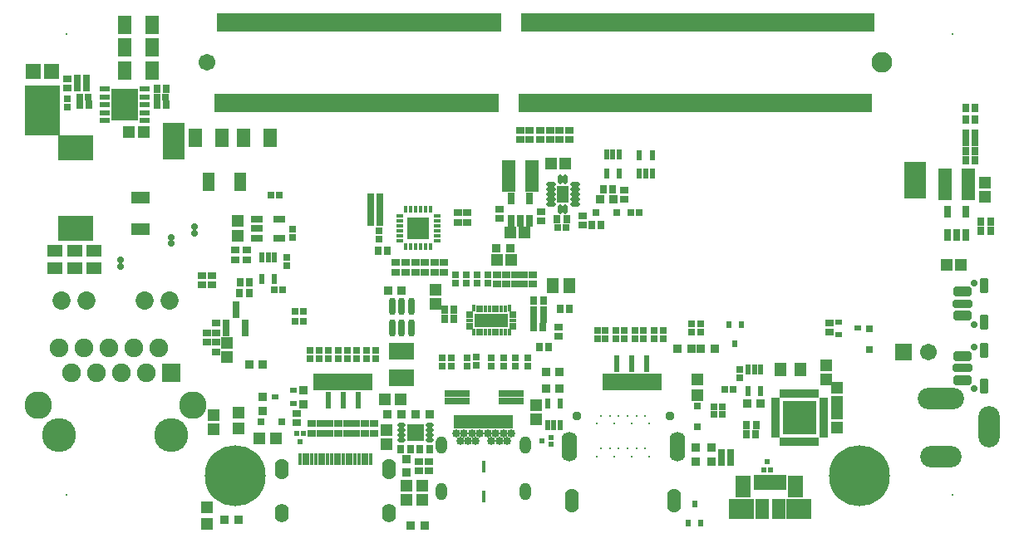
<source format=gts>
%FSLAX44Y44*%
%MOMM*%
G71*
G01*
G75*
G04 Layer_Color=8388736*
%ADD10C,0.2500*%
%ADD11R,0.3000X0.3000*%
%ADD12R,0.4500X1.3800*%
%ADD13R,0.7620X0.7620*%
%ADD14R,0.6000X0.5500*%
%ADD15R,0.7620X0.7620*%
%ADD16R,0.6200X0.5700*%
%ADD17R,0.9500X0.9500*%
%ADD18R,0.9600X0.9700*%
%ADD19R,0.5500X1.5000*%
%ADD20R,0.9500X0.9500*%
%ADD21R,1.0000X0.6000*%
%ADD22R,0.5500X0.6000*%
%ADD23R,1.2000X3.0000*%
%ADD24R,0.6000X1.0000*%
%ADD25R,1.5500X1.5500*%
%ADD26O,0.6000X0.3000*%
%ADD27R,0.5000X0.4000*%
%ADD28R,0.5700X0.6200*%
%ADD29R,2.4000X1.5000*%
%ADD30R,0.5900X0.4500*%
%ADD31R,0.3500X0.8500*%
%ADD32R,0.2000X1.0000*%
%ADD33R,0.3000X1.2000*%
%ADD34R,3.2000X1.2000*%
%ADD35R,0.4500X0.2000*%
%ADD36R,0.5000X0.2000*%
%ADD37R,0.2000X0.4500*%
%ADD38R,0.2000X0.5000*%
%ADD39R,0.4500X0.5900*%
%ADD40R,0.3000X1.4500*%
%ADD41R,1.1000X1.4000*%
%ADD42R,0.2300X1.0000*%
%ADD43R,0.4000X0.5500*%
%ADD44R,0.3000X0.5500*%
%ADD45R,1.2500X1.7500*%
%ADD46R,0.9700X0.9600*%
%ADD47R,2.1000X2.1000*%
%ADD48R,0.2500X0.6000*%
%ADD49R,0.6000X0.2500*%
%ADD50O,0.5000X1.6000*%
%ADD51R,0.3000X0.3000*%
%ADD52R,1.0160X1.7000*%
%ADD53R,1.0160X1.7000*%
%ADD54R,1.0000X1.5000*%
%ADD55O,0.3000X0.8000*%
%ADD56O,0.8000X0.3000*%
G04:AMPARAMS|DCode=57|XSize=0.75mm|YSize=1.6mm|CornerRadius=0.075mm|HoleSize=0mm|Usage=FLASHONLY|Rotation=270.000|XOffset=0mm|YOffset=0mm|HoleType=Round|Shape=RoundedRectangle|*
%AMROUNDEDRECTD57*
21,1,0.7500,1.4500,0,0,270.0*
21,1,0.6000,1.6000,0,0,270.0*
1,1,0.1500,-0.7250,-0.3000*
1,1,0.1500,-0.7250,0.3000*
1,1,0.1500,0.7250,0.3000*
1,1,0.1500,0.7250,-0.3000*
%
%ADD57ROUNDEDRECTD57*%
G04:AMPARAMS|DCode=58|XSize=0.6mm|YSize=1.8mm|CornerRadius=0.06mm|HoleSize=0mm|Usage=FLASHONLY|Rotation=270.000|XOffset=0mm|YOffset=0mm|HoleType=Round|Shape=RoundedRectangle|*
%AMROUNDEDRECTD58*
21,1,0.6000,1.6800,0,0,270.0*
21,1,0.4800,1.8000,0,0,270.0*
1,1,0.1200,-0.8400,-0.2400*
1,1,0.1200,-0.8400,0.2400*
1,1,0.1200,0.8400,0.2400*
1,1,0.1200,0.8400,-0.2400*
%
%ADD58ROUNDEDRECTD58*%
G04:AMPARAMS|DCode=59|XSize=1.3mm|YSize=0.7mm|CornerRadius=0.07mm|HoleSize=0mm|Usage=FLASHONLY|Rotation=270.000|XOffset=0mm|YOffset=0mm|HoleType=Round|Shape=RoundedRectangle|*
%AMROUNDEDRECTD59*
21,1,1.3000,0.5600,0,0,270.0*
21,1,1.1600,0.7000,0,0,270.0*
1,1,0.1400,-0.2800,-0.5800*
1,1,0.1400,-0.2800,0.5800*
1,1,0.1400,0.2800,0.5800*
1,1,0.1400,0.2800,-0.5800*
%
%ADD59ROUNDEDRECTD59*%
%ADD60R,3.2000X3.2000*%
%ADD61R,0.7500X0.3000*%
%ADD62R,0.3000X0.7500*%
%ADD63R,1.0160X1.2700*%
%ADD64R,0.4000X0.9000*%
%ADD65R,0.4000X0.5000*%
%ADD66R,1.3900X1.4000*%
%ADD67R,3.3600X4.8600*%
%ADD68R,1.4000X1.1000*%
%ADD69R,0.8500X0.3560*%
%ADD70R,2.6000X3.0000*%
%ADD71R,0.3000X1.7500*%
%ADD72R,2.0000X3.5000*%
%ADD73R,3.4000X2.4000*%
%ADD74R,1.7000X1.0160*%
%ADD75R,1.7000X1.0160*%
%ADD76R,1.4000X2.1000*%
%ADD77R,2.3700X1.9000*%
%ADD78R,1.1750X1.9000*%
%ADD79C,0.2000*%
%ADD80C,0.3000*%
%ADD81C,0.1500*%
%ADD82C,0.4000*%
%ADD83C,0.1800*%
%ADD84C,0.2200*%
%ADD85C,0.3500*%
%ADD86R,2.1000X10.0000*%
%ADD87R,2.6000X6.8000*%
%ADD88R,4.4000X3.2000*%
%ADD89R,2.2000X13.7000*%
%ADD90O,1.0000X1.6000*%
%ADD91C,0.6500*%
%ADD92C,6.0000*%
%ADD93O,1.2000X1.7000*%
%ADD94O,1.2000X1.9000*%
%ADD95C,0.7500*%
%ADD96O,1.4000X2.8500*%
%ADD97O,1.2000X2.2500*%
%ADD98C,0.5000*%
%ADD99C,1.5000*%
%ADD100R,1.5000X1.5000*%
%ADD101O,4.5000X2.0000*%
%ADD102O,2.0000X4.0000*%
%ADD103O,4.0000X2.0000*%
%ADD104C,1.7000*%
%ADD105C,3.2500*%
%ADD106C,1.6500*%
%ADD107C,2.6000*%
%ADD108C,1.9000*%
%ADD109R,1.7000X1.7000*%
%ADD110C,0.6000*%
%ADD111C,1.0160*%
%ADD112R,3.4000X0.8000*%
%ADD113R,6.2000X1.5000*%
%ADD114O,1.6160X2.2160*%
%ADD115C,1.4160*%
%ADD116C,4.7160*%
%ADD117O,1.6160X2.1160*%
%ADD118O,1.6160X2.3160*%
%ADD119C,1.5660*%
%ADD120C,2.0160*%
%ADD121O,1.9160X3.3660*%
%ADD122O,1.7160X2.7560*%
%ADD123C,1.9160*%
%ADD124C,2.0360*%
%ADD125O,2.0160X4.0160*%
%ADD126O,4.0160X2.0160*%
%ADD127C,1.9060*%
%ADD128C,4.2660*%
%ADD129C,2.0360*%
%ADD130C,2.7160*%
%ADD131C,2.6160*%
%ADD132C,2.1160*%
%ADD133C,1.1660*%
%ADD134C,1.2660*%
%ADD135C,1.2160*%
%ADD136C,0.0000*%
%ADD137C,0.0051*%
%ADD138O,4.5160X2.0160*%
%ADD139R,1.2000X0.3000*%
%ADD140R,2.7000X3.0000*%
%ADD141R,3.0000X2.7000*%
%ADD142C,0.2540*%
%ADD143C,0.1000*%
%ADD144C,0.5500*%
%ADD145C,0.2286*%
%ADD146C,0.1270*%
%ADD147C,0.1778*%
%ADD148C,0.1524*%
%ADD149C,0.1200*%
%ADD150R,0.5032X0.5032*%
%ADD151R,0.6532X1.5832*%
%ADD152R,0.9652X0.9652*%
%ADD153R,0.8032X0.7532*%
%ADD154R,0.9652X0.9652*%
%ADD155R,0.8232X0.7732*%
%ADD156R,1.1532X1.1532*%
%ADD157R,1.1632X1.1732*%
%ADD158R,0.7532X1.7032*%
%ADD159R,1.1532X1.1532*%
%ADD160R,1.2032X0.8032*%
%ADD161R,0.7532X0.8032*%
%ADD162R,1.4032X3.2032*%
%ADD163R,0.8032X1.2032*%
%ADD164R,1.7532X1.7532*%
%ADD165O,0.8032X0.5032*%
%ADD166R,0.7032X0.6032*%
%ADD167R,0.7732X0.8232*%
%ADD168R,2.6032X1.7032*%
%ADD169R,0.7932X0.6532*%
%ADD170R,0.5532X1.0532*%
%ADD171R,0.4032X1.2032*%
%ADD172R,0.5032X1.4032*%
%ADD173R,3.4032X1.4032*%
%ADD174R,0.6532X0.4032*%
%ADD175R,0.7032X0.4032*%
%ADD176R,0.4032X0.6532*%
%ADD177R,0.4032X0.7032*%
%ADD178R,0.6532X0.7932*%
%ADD179R,0.5032X1.6532*%
%ADD180R,1.3032X1.6032*%
%ADD181R,0.4332X1.2032*%
%ADD182R,0.6032X0.7532*%
%ADD183R,0.5032X0.7532*%
%ADD184R,1.4532X1.9532*%
%ADD185R,1.1732X1.1632*%
%ADD186R,2.3032X2.3032*%
%ADD187R,0.4532X0.8032*%
%ADD188R,0.8032X0.4532*%
%ADD189O,0.7032X1.8032*%
%ADD190R,0.5032X0.5032*%
%ADD191R,1.2192X1.9032*%
%ADD192R,1.2192X1.9032*%
%ADD193R,1.2032X1.7032*%
%ADD194O,0.5032X1.0032*%
%ADD195O,1.0032X0.5032*%
G04:AMPARAMS|DCode=196|XSize=0.9532mm|YSize=1.8032mm|CornerRadius=0.1766mm|HoleSize=0mm|Usage=FLASHONLY|Rotation=270.000|XOffset=0mm|YOffset=0mm|HoleType=Round|Shape=RoundedRectangle|*
%AMROUNDEDRECTD196*
21,1,0.9532,1.4500,0,0,270.0*
21,1,0.6000,1.8032,0,0,270.0*
1,1,0.3532,-0.7250,-0.3000*
1,1,0.3532,-0.7250,0.3000*
1,1,0.3532,0.7250,0.3000*
1,1,0.3532,0.7250,-0.3000*
%
%ADD196ROUNDEDRECTD196*%
G04:AMPARAMS|DCode=197|XSize=0.8032mm|YSize=2.0032mm|CornerRadius=0.1616mm|HoleSize=0mm|Usage=FLASHONLY|Rotation=270.000|XOffset=0mm|YOffset=0mm|HoleType=Round|Shape=RoundedRectangle|*
%AMROUNDEDRECTD197*
21,1,0.8032,1.6800,0,0,270.0*
21,1,0.4800,2.0032,0,0,270.0*
1,1,0.3232,-0.8400,-0.2400*
1,1,0.3232,-0.8400,0.2400*
1,1,0.3232,0.8400,0.2400*
1,1,0.3232,0.8400,-0.2400*
%
%ADD197ROUNDEDRECTD197*%
G04:AMPARAMS|DCode=198|XSize=1.5032mm|YSize=0.9032mm|CornerRadius=0.1716mm|HoleSize=0mm|Usage=FLASHONLY|Rotation=270.000|XOffset=0mm|YOffset=0mm|HoleType=Round|Shape=RoundedRectangle|*
%AMROUNDEDRECTD198*
21,1,1.5032,0.5600,0,0,270.0*
21,1,1.1600,0.9032,0,0,270.0*
1,1,0.3432,-0.2800,-0.5800*
1,1,0.3432,-0.2800,0.5800*
1,1,0.3432,0.2800,0.5800*
1,1,0.3432,0.2800,-0.5800*
%
%ADD198ROUNDEDRECTD198*%
%ADD199R,3.4032X3.4032*%
%ADD200R,0.9532X0.5032*%
%ADD201R,0.5032X0.9532*%
%ADD202R,1.2192X1.4732*%
%ADD203R,0.6032X1.1032*%
%ADD204R,0.6032X0.7032*%
%ADD205R,1.5932X1.6032*%
%ADD206R,3.5632X5.0632*%
%ADD207R,1.6032X1.3032*%
%ADD208R,1.0532X0.5592*%
%ADD209R,2.8032X3.2032*%
%ADD210R,0.5032X1.9532*%
%ADD211R,2.2032X3.7032*%
%ADD212R,3.6032X2.6032*%
%ADD213R,1.9032X1.2192*%
%ADD214R,1.9032X1.2192*%
%ADD215R,1.6032X2.3032*%
%ADD216R,2.5732X2.1032*%
%ADD217R,1.3782X2.1032*%
%ADD218O,1.2032X1.8032*%
%ADD219C,0.8532*%
%ADD220C,0.2032*%
%ADD221C,6.2032*%
%ADD222O,1.4032X1.9032*%
%ADD223O,1.4032X2.1032*%
%ADD224C,0.9532*%
%ADD225O,1.6032X3.0532*%
%ADD226O,1.4032X2.4532*%
%ADD227C,0.7032*%
%ADD228C,1.7032*%
%ADD229R,1.7032X1.7032*%
%ADD230O,4.7032X2.2032*%
%ADD231O,2.2032X4.2032*%
%ADD232O,4.2032X2.2032*%
%ADD233C,1.9032*%
%ADD234C,3.4532*%
%ADD235C,1.8532*%
%ADD236C,2.8032*%
%ADD237C,2.1032*%
%ADD238R,1.9032X1.9032*%
D150*
X-241756Y65750D02*
D03*
X-234756D02*
D03*
X-710883Y103128D02*
D03*
X-717883D02*
D03*
X-714383Y94628D02*
D03*
X-238256Y74250D02*
D03*
D151*
X-241756Y52630D02*
D03*
X-235256D02*
D03*
X-248256D02*
D03*
X-228756D02*
D03*
X-222256D02*
D03*
D152*
X-295205Y74081D02*
D03*
Y88051D02*
D03*
X-311177Y88049D02*
D03*
Y74079D02*
D03*
X-752321Y125821D02*
D03*
Y139791D02*
D03*
X-710918Y132783D02*
D03*
Y146753D02*
D03*
X-605946Y62710D02*
D03*
Y76680D02*
D03*
D153*
X-685177Y187250D02*
D03*
X-675606D02*
D03*
X-403320Y208250D02*
D03*
X-411320D02*
D03*
X-392320D02*
D03*
X-384320D02*
D03*
X-353320D02*
D03*
X-344320D02*
D03*
X-722184Y302487D02*
D03*
Y310987D02*
D03*
X-364320Y199750D02*
D03*
X-373320D02*
D03*
X-569331Y179979D02*
D03*
X-656463Y178750D02*
D03*
X-646892D02*
D03*
X-494606Y180250D02*
D03*
X-675606Y178750D02*
D03*
X-637320D02*
D03*
X-704320D02*
D03*
X-560395Y180103D02*
D03*
X-666034Y178750D02*
D03*
X-685177D02*
D03*
X-694749D02*
D03*
X-482320Y180250D02*
D03*
X-633904Y309323D02*
D03*
Y300823D02*
D03*
X-403320Y199750D02*
D03*
X-411320D02*
D03*
X-384320D02*
D03*
X-392320D02*
D03*
X-344320D02*
D03*
X-353320D02*
D03*
X-306146Y206113D02*
D03*
X-315146D02*
D03*
X-637320Y187250D02*
D03*
X-646892D02*
D03*
X-656463D02*
D03*
X-666034D02*
D03*
X-523020Y255750D02*
D03*
X-534120D02*
D03*
X-506892Y180250D02*
D03*
X-519177D02*
D03*
X-534787Y171961D02*
D03*
X-544340Y171799D02*
D03*
X-534787Y180461D02*
D03*
X-544340Y180299D02*
D03*
X-506892Y171750D02*
D03*
X-519177D02*
D03*
X-364320Y208250D02*
D03*
X-373320D02*
D03*
X-482320Y171750D02*
D03*
X-494606D02*
D03*
X-560395Y171603D02*
D03*
X-569331Y171479D02*
D03*
X-545220Y264250D02*
D03*
X-556320D02*
D03*
X-523020D02*
D03*
X-534120D02*
D03*
X-694749Y187250D02*
D03*
X-704320D02*
D03*
X-728193Y281992D02*
D03*
Y273493D02*
D03*
X-266300Y159439D02*
D03*
Y167939D02*
D03*
X-306146Y214613D02*
D03*
X-315146D02*
D03*
X-545220Y255750D02*
D03*
X-556320D02*
D03*
X-951000Y444250D02*
D03*
Y435750D02*
D03*
D154*
X-791305Y15000D02*
D03*
X-777335D02*
D03*
X-766305Y173000D02*
D03*
X-752335D02*
D03*
X-587290Y9118D02*
D03*
X-601260D02*
D03*
X-611323Y122662D02*
D03*
X-625293D02*
D03*
X-610735Y248500D02*
D03*
X-624705D02*
D03*
X-463790Y148922D02*
D03*
X-449820D02*
D03*
X-463790Y165234D02*
D03*
X-449820D02*
D03*
X-315881Y189485D02*
D03*
X-582459Y122618D02*
D03*
X-596429D02*
D03*
X-500335Y292000D02*
D03*
X-514305D02*
D03*
X-291881Y189485D02*
D03*
X-305851D02*
D03*
X-329851D02*
D03*
X-394968Y341647D02*
D03*
X-408938D02*
D03*
X-259034Y133515D02*
D03*
X-245064D02*
D03*
D155*
X-808844Y205198D02*
D03*
Y195598D02*
D03*
X-799864Y185975D02*
D03*
Y195575D02*
D03*
X-799545Y205462D02*
D03*
Y215062D02*
D03*
X-780320Y280200D02*
D03*
Y289800D02*
D03*
X-768171Y280084D02*
D03*
Y289684D02*
D03*
X-513320Y264800D02*
D03*
Y255200D02*
D03*
X-592910Y64348D02*
D03*
Y73948D02*
D03*
X-450256Y411800D02*
D03*
Y402200D02*
D03*
X-639320Y103200D02*
D03*
X-616904Y276873D02*
D03*
Y267273D02*
D03*
X-486320Y255200D02*
D03*
Y264800D02*
D03*
X-426655Y324959D02*
D03*
Y315359D02*
D03*
X-586904Y276873D02*
D03*
Y267273D02*
D03*
X-657320Y103200D02*
D03*
Y112800D02*
D03*
X-567904Y276873D02*
D03*
Y267273D02*
D03*
X-469256Y411800D02*
D03*
Y402200D02*
D03*
X-648320Y103200D02*
D03*
X-440256Y411800D02*
D03*
Y402200D02*
D03*
X-596904Y276873D02*
D03*
Y267273D02*
D03*
X-451033Y201568D02*
D03*
Y211168D02*
D03*
X-543787Y318268D02*
D03*
Y327868D02*
D03*
X-582718Y73948D02*
D03*
Y64348D02*
D03*
X-459256Y411800D02*
D03*
Y402200D02*
D03*
X-504320Y255200D02*
D03*
Y264800D02*
D03*
X-477320D02*
D03*
Y255200D02*
D03*
X-666320Y103200D02*
D03*
Y112800D02*
D03*
X-576904Y276873D02*
D03*
Y267273D02*
D03*
X-553721Y318268D02*
D03*
Y327868D02*
D03*
X-495320Y264800D02*
D03*
Y255200D02*
D03*
X-606904Y276873D02*
D03*
Y267273D02*
D03*
X-693320Y103200D02*
D03*
X-702320D02*
D03*
X-675320D02*
D03*
X-684320D02*
D03*
X-675320Y112800D02*
D03*
X-684320D02*
D03*
X-693320D02*
D03*
X-702320D02*
D03*
X-639320D02*
D03*
X-648320D02*
D03*
X-511000Y322200D02*
D03*
Y331800D02*
D03*
X-490256Y402200D02*
D03*
Y411800D02*
D03*
X-480256Y402200D02*
D03*
Y411800D02*
D03*
X-717978Y113472D02*
D03*
Y123072D02*
D03*
X-384198Y351283D02*
D03*
Y341683D02*
D03*
X-469000Y319200D02*
D03*
Y328800D02*
D03*
X-175000Y206200D02*
D03*
Y215800D02*
D03*
X-814256Y263800D02*
D03*
Y254200D02*
D03*
X-804000D02*
D03*
Y263800D02*
D03*
X-951000Y455200D02*
D03*
Y464800D02*
D03*
D156*
X-788529Y195233D02*
D03*
Y180732D02*
D03*
X-777537Y319210D02*
D03*
Y304710D02*
D03*
X-625845Y92074D02*
D03*
Y106574D02*
D03*
X-605940Y35368D02*
D03*
Y49868D02*
D03*
X-473701Y117188D02*
D03*
Y131688D02*
D03*
X-589733Y35368D02*
D03*
Y49868D02*
D03*
X-802256Y121250D02*
D03*
Y106750D02*
D03*
X-576154Y234840D02*
D03*
Y249340D02*
D03*
X-178346Y171978D02*
D03*
Y157478D02*
D03*
X-167099Y149308D02*
D03*
X-167070Y108442D02*
D03*
X-167099Y134808D02*
D03*
X-167070Y122942D02*
D03*
X-16256Y343750D02*
D03*
Y358250D02*
D03*
D157*
X-809000Y10850D02*
D03*
Y27150D02*
D03*
X-776651Y124241D02*
D03*
Y107941D02*
D03*
X-309611Y158288D02*
D03*
Y141988D02*
D03*
D158*
X-779694Y229404D02*
D03*
X-770193Y210404D02*
D03*
X-789193D02*
D03*
D159*
X-458250Y378000D02*
D03*
X-443750D02*
D03*
X-500250Y308000D02*
D03*
X-485750D02*
D03*
X-499070Y280000D02*
D03*
X-513570D02*
D03*
X-888250Y410000D02*
D03*
X-873750D02*
D03*
X-41006Y275000D02*
D03*
X-55506D02*
D03*
D160*
X-735032Y321246D02*
D03*
Y302246D02*
D03*
X-758032D02*
D03*
Y311746D02*
D03*
Y321246D02*
D03*
D161*
X-735006Y346000D02*
D03*
X-743506D02*
D03*
X-451517Y313204D02*
D03*
X-443017D02*
D03*
X-292570Y130000D02*
D03*
X-284070D02*
D03*
X-719570Y217000D02*
D03*
X-711070D02*
D03*
X-292570Y122000D02*
D03*
X-284070D02*
D03*
X-719455Y227685D02*
D03*
X-710955D02*
D03*
X-369142Y328316D02*
D03*
X-377642D02*
D03*
X-732070Y249000D02*
D03*
X-740570D02*
D03*
X-860250Y446000D02*
D03*
X-851750D02*
D03*
X-938250D02*
D03*
X-929750D02*
D03*
X-281423Y147674D02*
D03*
X-272923D02*
D03*
D162*
X-502000Y365000D02*
D03*
X-478000D02*
D03*
X-33256Y357000D02*
D03*
X-57256D02*
D03*
D163*
X-499500Y342500D02*
D03*
X-480500D02*
D03*
Y319500D02*
D03*
X-490000D02*
D03*
X-499500D02*
D03*
X-54756Y305500D02*
D03*
X-45256D02*
D03*
X-35756D02*
D03*
Y328500D02*
D03*
X-54756D02*
D03*
D164*
X-596831Y103933D02*
D03*
D165*
X-611331Y96433D02*
D03*
Y101433D02*
D03*
Y106433D02*
D03*
Y111433D02*
D03*
X-582331D02*
D03*
Y106433D02*
D03*
Y101433D02*
D03*
Y96433D02*
D03*
D166*
X-739820Y140000D02*
D03*
X-720820Y146500D02*
D03*
Y133500D02*
D03*
X-146500Y210000D02*
D03*
X-165500Y203500D02*
D03*
Y216500D02*
D03*
D167*
X-407586Y315333D02*
D03*
X-417186D02*
D03*
X-250011Y102130D02*
D03*
X-259611D02*
D03*
X-470648Y191092D02*
D03*
X-461048D02*
D03*
X-466519Y219798D02*
D03*
X-476119D02*
D03*
X-466520Y228000D02*
D03*
X-476120D02*
D03*
X-567120Y220000D02*
D03*
X-557520D02*
D03*
X-634704Y289073D02*
D03*
X-625104D02*
D03*
X-642704Y335412D02*
D03*
X-633104D02*
D03*
X-35959Y381759D02*
D03*
X-26359D02*
D03*
X-476266Y211321D02*
D03*
X-466666D02*
D03*
X-35959Y408759D02*
D03*
X-26359D02*
D03*
X-642704Y343625D02*
D03*
X-633104D02*
D03*
X-439994Y229832D02*
D03*
X-449594D02*
D03*
X-259408Y111738D02*
D03*
X-249808D02*
D03*
X-642704Y318985D02*
D03*
X-633104D02*
D03*
X-35959Y399759D02*
D03*
X-26359D02*
D03*
X-35959Y390759D02*
D03*
X-26359D02*
D03*
X-275489Y74100D02*
D03*
X-285089D02*
D03*
X-466388Y238103D02*
D03*
X-475988D02*
D03*
X-557520Y229000D02*
D03*
X-567120D02*
D03*
X-642704Y327198D02*
D03*
X-633104D02*
D03*
X-592131Y86749D02*
D03*
X-582531D02*
D03*
X-601813Y86749D02*
D03*
X-611413D02*
D03*
X-275502Y82477D02*
D03*
X-285102D02*
D03*
X-10956Y319000D02*
D03*
X-20556D02*
D03*
X-26359Y434494D02*
D03*
X-35959D02*
D03*
X-26359Y423281D02*
D03*
X-35959D02*
D03*
X-442648Y321707D02*
D03*
X-452248D02*
D03*
X-395803Y351708D02*
D03*
X-405404D02*
D03*
X-20556Y309243D02*
D03*
X-10956D02*
D03*
X-766105Y246215D02*
D03*
X-775705D02*
D03*
X-775561Y257373D02*
D03*
X-765961D02*
D03*
X-941300Y464000D02*
D03*
X-931700D02*
D03*
X-860300Y454000D02*
D03*
X-850700D02*
D03*
X-860300Y438000D02*
D03*
X-850700D02*
D03*
X-938800D02*
D03*
X-929200D02*
D03*
X-931700Y456000D02*
D03*
X-941300D02*
D03*
D168*
X-611320Y159500D02*
D03*
X-611320Y186500D02*
D03*
D169*
X-732770Y115000D02*
D03*
X-753870D02*
D03*
X-391337Y328305D02*
D03*
X-412437D02*
D03*
D170*
X-740326Y260409D02*
D03*
X-753326D02*
D03*
Y282409D02*
D03*
X-746826D02*
D03*
X-740326D02*
D03*
X-462203Y111627D02*
D03*
X-455703D02*
D03*
X-449203D02*
D03*
Y133627D02*
D03*
X-462203D02*
D03*
X-245007Y167947D02*
D03*
X-251507D02*
D03*
X-258008D02*
D03*
Y145947D02*
D03*
X-245007D02*
D03*
D171*
X-527241Y69310D02*
D03*
Y38310D02*
D03*
D172*
X-554741Y115110D02*
D03*
X-539741D02*
D03*
X-534741D02*
D03*
X-529741D02*
D03*
X-524741D02*
D03*
X-519741D02*
D03*
X-514741D02*
D03*
X-509741D02*
D03*
X-504741D02*
D03*
X-499741D02*
D03*
X-544741D02*
D03*
X-549741D02*
D03*
D173*
X-519320Y218000D02*
D03*
D174*
X-497320Y226000D02*
D03*
Y210000D02*
D03*
X-541320Y226000D02*
D03*
Y210000D02*
D03*
D175*
X-497320Y222000D02*
D03*
Y218000D02*
D03*
Y214000D02*
D03*
X-541320Y218000D02*
D03*
Y222000D02*
D03*
Y214000D02*
D03*
D176*
X-501320Y205750D02*
D03*
Y230300D02*
D03*
X-537320D02*
D03*
Y205750D02*
D03*
D177*
X-505320Y206000D02*
D03*
X-509320D02*
D03*
X-513320D02*
D03*
X-529320Y230000D02*
D03*
X-517320D02*
D03*
X-513320D02*
D03*
X-509320D02*
D03*
X-505320D02*
D03*
X-533320D02*
D03*
X-521320D02*
D03*
X-525320D02*
D03*
X-517320Y206000D02*
D03*
X-521320D02*
D03*
X-525320D02*
D03*
X-529320D02*
D03*
X-533320D02*
D03*
D178*
X-309320Y109450D02*
D03*
Y130550D02*
D03*
X-134000Y188450D02*
D03*
Y209550D02*
D03*
D179*
X-685320Y136750D02*
D03*
X-670320D02*
D03*
X-655320D02*
D03*
X-692820Y155250D02*
D03*
X-677820D02*
D03*
X-662820D02*
D03*
X-647820D02*
D03*
X-361320Y174250D02*
D03*
X-376320D02*
D03*
X-391320D02*
D03*
X-353820Y155750D02*
D03*
X-368820D02*
D03*
X-383820D02*
D03*
X-398820D02*
D03*
X-393820D02*
D03*
X-403820D02*
D03*
X-363820D02*
D03*
X-373820D02*
D03*
X-348820D02*
D03*
X-358820D02*
D03*
X-378820D02*
D03*
X-388820D02*
D03*
X-672820Y155250D02*
D03*
X-682820D02*
D03*
X-687820D02*
D03*
X-697820D02*
D03*
X-657820D02*
D03*
X-667820D02*
D03*
X-642820D02*
D03*
X-652820D02*
D03*
D180*
X-457188Y253376D02*
D03*
X-439688D02*
D03*
D181*
X-642240Y76760D02*
D03*
X-654240D02*
D03*
X-666240D02*
D03*
X-678240D02*
D03*
X-690240D02*
D03*
X-694240D02*
D03*
X-698240D02*
D03*
X-702240D02*
D03*
X-706240D02*
D03*
X-710240D02*
D03*
X-714240D02*
D03*
X-682240D02*
D03*
X-686240D02*
D03*
X-658240D02*
D03*
X-662240D02*
D03*
X-646240D02*
D03*
X-650240D02*
D03*
X-670240D02*
D03*
X-674240D02*
D03*
D182*
X-554320Y136150D02*
D03*
Y143850D02*
D03*
X-499320D02*
D03*
Y136150D02*
D03*
D183*
X-549320D02*
D03*
X-544320D02*
D03*
X-509320D02*
D03*
X-504320D02*
D03*
X-489320Y143850D02*
D03*
X-494320D02*
D03*
X-559320D02*
D03*
X-564320D02*
D03*
X-544320D02*
D03*
X-549320D02*
D03*
X-504320D02*
D03*
X-509320D02*
D03*
X-559320Y136150D02*
D03*
X-564320D02*
D03*
X-489320D02*
D03*
X-494320D02*
D03*
D184*
X-744506Y404000D02*
D03*
X-772006D02*
D03*
X-821006D02*
D03*
X-793506D02*
D03*
X-865250Y519667D02*
D03*
X-892750D02*
D03*
X-865250Y496333D02*
D03*
X-892750D02*
D03*
X-865250Y473000D02*
D03*
X-892750D02*
D03*
D185*
X-611600Y137993D02*
D03*
X-627900D02*
D03*
X-755470Y98000D02*
D03*
X-739170D02*
D03*
D186*
X-593904Y312073D02*
D03*
D187*
X-606404Y293073D02*
D03*
X-601404D02*
D03*
X-596404D02*
D03*
X-591404D02*
D03*
X-586404D02*
D03*
X-581404D02*
D03*
X-581404Y331073D02*
D03*
X-586404D02*
D03*
X-591404D02*
D03*
X-596404D02*
D03*
X-601404D02*
D03*
X-606404D02*
D03*
D188*
X-574904Y299573D02*
D03*
Y304573D02*
D03*
Y309573D02*
D03*
Y314573D02*
D03*
Y319573D02*
D03*
Y324573D02*
D03*
X-612904D02*
D03*
Y319573D02*
D03*
Y314573D02*
D03*
Y309573D02*
D03*
Y304573D02*
D03*
Y299573D02*
D03*
D189*
X-601221Y232663D02*
D03*
X-610721D02*
D03*
X-620221D02*
D03*
X-601221Y210663D02*
D03*
X-610721D02*
D03*
X-620221D02*
D03*
D190*
X-458968Y91595D02*
D03*
Y98595D02*
D03*
X-467468Y95095D02*
D03*
D191*
X-775000Y359000D02*
D03*
D192*
X-807000Y359000D02*
D03*
D193*
X-446405Y346831D02*
D03*
D194*
X-443905Y331831D02*
D03*
X-448905D02*
D03*
Y361831D02*
D03*
X-443905D02*
D03*
D195*
X-458905Y336831D02*
D03*
Y341831D02*
D03*
Y346831D02*
D03*
Y351831D02*
D03*
Y356831D02*
D03*
X-433905D02*
D03*
Y351831D02*
D03*
Y346831D02*
D03*
Y341831D02*
D03*
Y336831D02*
D03*
D196*
X-39597Y181672D02*
D03*
Y157172D02*
D03*
Y247321D02*
D03*
Y222821D02*
D03*
D197*
Y169422D02*
D03*
Y235071D02*
D03*
D198*
X-17097Y187922D02*
D03*
Y150922D02*
D03*
Y253571D02*
D03*
Y216571D02*
D03*
D199*
X-205611Y118964D02*
D03*
D200*
X-230361Y101464D02*
D03*
Y106464D02*
D03*
Y111464D02*
D03*
Y116464D02*
D03*
Y121464D02*
D03*
Y126464D02*
D03*
Y131464D02*
D03*
Y136464D02*
D03*
X-180861D02*
D03*
Y121464D02*
D03*
Y116464D02*
D03*
Y111464D02*
D03*
Y106464D02*
D03*
Y101464D02*
D03*
Y131464D02*
D03*
Y126464D02*
D03*
D201*
X-223111Y143714D02*
D03*
X-218111D02*
D03*
X-213111D02*
D03*
X-208111D02*
D03*
X-203111D02*
D03*
X-198111D02*
D03*
X-193111D02*
D03*
X-188111D02*
D03*
Y94214D02*
D03*
X-193111D02*
D03*
X-198111D02*
D03*
X-203111D02*
D03*
X-208111D02*
D03*
X-213111D02*
D03*
X-218111D02*
D03*
X-223111D02*
D03*
D202*
X-224482Y167952D02*
D03*
X-204162Y167952D02*
D03*
D203*
X-368468Y386841D02*
D03*
X-355468D02*
D03*
Y367841D02*
D03*
X-361968D02*
D03*
X-368468D02*
D03*
X-389256Y368134D02*
D03*
X-402256D02*
D03*
Y387134D02*
D03*
X-395756D02*
D03*
X-389256D02*
D03*
D204*
X-318756Y11500D02*
D03*
X-305756D02*
D03*
X-312256Y30500D02*
D03*
X-271256Y194500D02*
D03*
X-277756Y213500D02*
D03*
X-264756D02*
D03*
D205*
X-967602Y471624D02*
D03*
X-986398D02*
D03*
D206*
X-977000Y432000D02*
D03*
D207*
X-924000Y271250D02*
D03*
Y288750D02*
D03*
X-964000Y271250D02*
D03*
Y288750D02*
D03*
X-944000Y271250D02*
D03*
Y288750D02*
D03*
D208*
X-913000Y438000D02*
D03*
Y430000D02*
D03*
Y422000D02*
D03*
Y446000D02*
D03*
Y454000D02*
D03*
X-873000D02*
D03*
Y446000D02*
D03*
Y422000D02*
D03*
Y430000D02*
D03*
Y438000D02*
D03*
D209*
X-893000D02*
D03*
D210*
X-294070Y440000D02*
D03*
X-289070D02*
D03*
X-279070D02*
D03*
X-274070D02*
D03*
X-264070D02*
D03*
X-259070D02*
D03*
X-249070D02*
D03*
X-244070D02*
D03*
X-234070D02*
D03*
X-229070D02*
D03*
X-189070D02*
D03*
X-184070D02*
D03*
X-204070D02*
D03*
X-199070D02*
D03*
X-219070D02*
D03*
X-214070D02*
D03*
X-174070D02*
D03*
X-169070D02*
D03*
X-144070D02*
D03*
X-139070D02*
D03*
X-186570Y522000D02*
D03*
X-181570D02*
D03*
X-201570D02*
D03*
X-196570D02*
D03*
X-216570D02*
D03*
X-211570D02*
D03*
X-614070Y440000D02*
D03*
X-609070D02*
D03*
X-569070D02*
D03*
X-564070D02*
D03*
X-406570Y522000D02*
D03*
X-401570D02*
D03*
X-171570D02*
D03*
X-166570D02*
D03*
X-556570D02*
D03*
X-551570D02*
D03*
X-291570D02*
D03*
X-286570D02*
D03*
X-231570D02*
D03*
X-226570D02*
D03*
X-796570D02*
D03*
X-799070Y440000D02*
D03*
X-791570Y522000D02*
D03*
X-794070Y440000D02*
D03*
X-786570Y522000D02*
D03*
X-789070Y440000D02*
D03*
X-781570Y522000D02*
D03*
X-784070Y440000D02*
D03*
X-776570Y522000D02*
D03*
X-779070Y440000D02*
D03*
X-771570Y522000D02*
D03*
X-774070Y440000D02*
D03*
X-766570Y522000D02*
D03*
X-769070Y440000D02*
D03*
X-761570Y522000D02*
D03*
X-764070Y440000D02*
D03*
X-756570Y522000D02*
D03*
X-759070Y440000D02*
D03*
X-751570Y522000D02*
D03*
X-754070Y440000D02*
D03*
X-746570Y522000D02*
D03*
X-749070Y440000D02*
D03*
X-741570Y522000D02*
D03*
X-744070Y440000D02*
D03*
X-736570Y522000D02*
D03*
X-739070Y440000D02*
D03*
X-731570Y522000D02*
D03*
X-734070Y440000D02*
D03*
X-726570Y522000D02*
D03*
X-729070Y440000D02*
D03*
X-721570Y522000D02*
D03*
X-724070Y440000D02*
D03*
X-716570Y522000D02*
D03*
X-719070Y440000D02*
D03*
X-711570Y522000D02*
D03*
X-714070Y440000D02*
D03*
X-706570Y522000D02*
D03*
X-709070Y440000D02*
D03*
X-701570Y522000D02*
D03*
X-704070Y440000D02*
D03*
X-696570Y522000D02*
D03*
X-699070Y440000D02*
D03*
X-691570Y522000D02*
D03*
X-694070Y440000D02*
D03*
X-686570Y522000D02*
D03*
X-689070Y440000D02*
D03*
X-681570Y522000D02*
D03*
X-684070Y440000D02*
D03*
X-676570Y522000D02*
D03*
X-679070Y440000D02*
D03*
X-671570Y522000D02*
D03*
X-674070Y440000D02*
D03*
X-666570Y522000D02*
D03*
X-669070Y440000D02*
D03*
X-661570Y522000D02*
D03*
X-664070Y440000D02*
D03*
X-656570Y522000D02*
D03*
X-659070Y440000D02*
D03*
X-651570Y522000D02*
D03*
X-654070Y440000D02*
D03*
X-646570Y522000D02*
D03*
X-649070Y440000D02*
D03*
X-641570Y522000D02*
D03*
X-644070Y440000D02*
D03*
X-636570Y522000D02*
D03*
X-639070Y440000D02*
D03*
X-631570Y522000D02*
D03*
X-634070Y440000D02*
D03*
X-626570Y522000D02*
D03*
X-629070Y440000D02*
D03*
X-621570Y522000D02*
D03*
X-624070Y440000D02*
D03*
X-616570Y522000D02*
D03*
X-619070Y440000D02*
D03*
X-611570Y522000D02*
D03*
X-606570D02*
D03*
X-601570D02*
D03*
X-604070Y440000D02*
D03*
X-596570Y522000D02*
D03*
X-599070Y440000D02*
D03*
X-591570Y522000D02*
D03*
X-594070Y440000D02*
D03*
X-586570Y522000D02*
D03*
X-589070Y440000D02*
D03*
X-581570Y522000D02*
D03*
X-584070Y440000D02*
D03*
X-576570Y522000D02*
D03*
X-579070Y440000D02*
D03*
X-541570Y522000D02*
D03*
X-546570D02*
D03*
X-561570D02*
D03*
X-566570D02*
D03*
X-571570D02*
D03*
X-511570D02*
D03*
X-516570D02*
D03*
X-521570D02*
D03*
X-526570D02*
D03*
X-531570D02*
D03*
X-536570D02*
D03*
X-544070Y440000D02*
D03*
X-549070D02*
D03*
X-554070D02*
D03*
X-559070D02*
D03*
X-574070D02*
D03*
X-514070D02*
D03*
X-519070D02*
D03*
X-524070D02*
D03*
X-529070D02*
D03*
X-534070D02*
D03*
X-539070D02*
D03*
X-224070D02*
D03*
X-209070D02*
D03*
X-254070D02*
D03*
X-239070D02*
D03*
X-221570Y522000D02*
D03*
X-206570D02*
D03*
X-261570D02*
D03*
X-256570D02*
D03*
X-251570D02*
D03*
X-246570D02*
D03*
X-241570D02*
D03*
X-236570D02*
D03*
X-269070Y440000D02*
D03*
X-266570Y522000D02*
D03*
X-271570D02*
D03*
X-276570D02*
D03*
X-284070Y440000D02*
D03*
X-281570Y522000D02*
D03*
X-299070Y440000D02*
D03*
X-296570Y522000D02*
D03*
X-304070Y440000D02*
D03*
X-301570Y522000D02*
D03*
X-309070Y440000D02*
D03*
X-306570Y522000D02*
D03*
X-314070Y440000D02*
D03*
X-311570Y522000D02*
D03*
X-319070Y440000D02*
D03*
X-316570Y522000D02*
D03*
X-324070Y440000D02*
D03*
X-321570Y522000D02*
D03*
X-329070Y440000D02*
D03*
X-326570Y522000D02*
D03*
X-334070Y440000D02*
D03*
X-331570Y522000D02*
D03*
X-339070Y440000D02*
D03*
X-336570Y522000D02*
D03*
X-344070Y440000D02*
D03*
X-341570Y522000D02*
D03*
X-349070Y440000D02*
D03*
X-346570Y522000D02*
D03*
X-354070Y440000D02*
D03*
X-351570Y522000D02*
D03*
X-359070Y440000D02*
D03*
X-356570Y522000D02*
D03*
X-364070Y440000D02*
D03*
X-361570Y522000D02*
D03*
X-369070Y440000D02*
D03*
X-366570Y522000D02*
D03*
X-374070Y440000D02*
D03*
X-371570Y522000D02*
D03*
X-379070Y440000D02*
D03*
X-376570Y522000D02*
D03*
X-384070Y440000D02*
D03*
X-381570Y522000D02*
D03*
X-389070Y440000D02*
D03*
X-386570Y522000D02*
D03*
X-394070Y440000D02*
D03*
X-391570Y522000D02*
D03*
X-399070Y440000D02*
D03*
X-396570Y522000D02*
D03*
X-404070Y440000D02*
D03*
X-409070D02*
D03*
X-414070D02*
D03*
X-411570Y522000D02*
D03*
X-419070Y440000D02*
D03*
X-416570Y522000D02*
D03*
X-424070Y440000D02*
D03*
X-421570Y522000D02*
D03*
X-429070Y440000D02*
D03*
X-426570Y522000D02*
D03*
X-434070Y440000D02*
D03*
X-431570Y522000D02*
D03*
X-439070Y440000D02*
D03*
X-436570Y522000D02*
D03*
X-444070Y440000D02*
D03*
X-441570Y522000D02*
D03*
X-449070Y440000D02*
D03*
X-446570Y522000D02*
D03*
X-454070Y440000D02*
D03*
X-451570Y522000D02*
D03*
X-459070Y440000D02*
D03*
X-456570Y522000D02*
D03*
X-464070Y440000D02*
D03*
X-461570Y522000D02*
D03*
X-469070Y440000D02*
D03*
X-466570Y522000D02*
D03*
X-474070Y440000D02*
D03*
X-471570Y522000D02*
D03*
X-479070Y440000D02*
D03*
X-476570Y522000D02*
D03*
X-484070Y440000D02*
D03*
X-481570Y522000D02*
D03*
X-489070Y440000D02*
D03*
X-486570Y522000D02*
D03*
X-191570D02*
D03*
X-156570D02*
D03*
X-161570D02*
D03*
X-176570D02*
D03*
X-194070Y440000D02*
D03*
X-159070D02*
D03*
X-164070D02*
D03*
X-179070D02*
D03*
X-154070D02*
D03*
X-149070D02*
D03*
X-134070D02*
D03*
X-151570Y522000D02*
D03*
X-146570D02*
D03*
X-141570D02*
D03*
X-136570D02*
D03*
X-131570D02*
D03*
D211*
X-87570Y361000D02*
D03*
X-842570Y401000D02*
D03*
D212*
X-943000Y394000D02*
D03*
Y312000D02*
D03*
D213*
X-877000Y311000D02*
D03*
D214*
X-877000Y343000D02*
D03*
D215*
X-209856Y49030D02*
D03*
X-263196D02*
D03*
D216*
X-206156Y26030D02*
D03*
X-264356D02*
D03*
D217*
X-226881D02*
D03*
X-243631D02*
D03*
D218*
X-569941Y43810D02*
D03*
X-484541D02*
D03*
X-569941Y91110D02*
D03*
X-484541D02*
D03*
D219*
X-519241Y95610D02*
D03*
X-535241D02*
D03*
X-499241Y102610D02*
D03*
X-555241D02*
D03*
X-507241D02*
D03*
X-547241D02*
D03*
X-515241D02*
D03*
X-539241D02*
D03*
X-503241Y95610D02*
D03*
X-511241D02*
D03*
X-543241D02*
D03*
X-551241D02*
D03*
X-523241Y102610D02*
D03*
X-531241D02*
D03*
D220*
X-50000Y40000D02*
D03*
X-49760Y509760D02*
D03*
X-952256Y40000D02*
D03*
X-952256Y510000D02*
D03*
X-358240Y79510D02*
D03*
X-394240D02*
D03*
X-376160D02*
D03*
X-412240D02*
D03*
Y113010D02*
D03*
X-376160D02*
D03*
X-394240D02*
D03*
X-358240D02*
D03*
X-398740Y120760D02*
D03*
X-407740D02*
D03*
X-362740Y87260D02*
D03*
X-371740D02*
D03*
X-380740Y120760D02*
D03*
X-389740D02*
D03*
X-362740D02*
D03*
X-371740D02*
D03*
X-398740Y87260D02*
D03*
X-407740D02*
D03*
X-380740D02*
D03*
X-389740D02*
D03*
D221*
X-144240Y59760D02*
D03*
X-780256D02*
D03*
D222*
X-623990Y21260D02*
D03*
X-732490D02*
D03*
D223*
X-623990Y66260D02*
D03*
X-732490D02*
D03*
D224*
X-432740Y121010D02*
D03*
X-337740D02*
D03*
D225*
X-440240Y89510D02*
D03*
X-330240D02*
D03*
D226*
X-437240Y34510D02*
D03*
X-333240D02*
D03*
D227*
X-27597Y190672D02*
D03*
Y148172D02*
D03*
Y256321D02*
D03*
Y213821D02*
D03*
X-896874Y279654D02*
D03*
Y273215D02*
D03*
X-845820Y303022D02*
D03*
Y296515D02*
D03*
X-821690Y313690D02*
D03*
Y307215D02*
D03*
D228*
X-74300Y186000D02*
D03*
X-809320Y481000D02*
D03*
D229*
X-99700Y186000D02*
D03*
D230*
X-61256Y138760D02*
D03*
D231*
X-12256Y109260D02*
D03*
D232*
X-61256Y78760D02*
D03*
D233*
X-959406Y190300D02*
D03*
X-946706Y164900D02*
D03*
X-870506D02*
D03*
X-895906D02*
D03*
X-921306D02*
D03*
X-934006Y190300D02*
D03*
X-908606D02*
D03*
X-883206D02*
D03*
X-857806D02*
D03*
D234*
X-845106Y101400D02*
D03*
X-959406D02*
D03*
D235*
X-872966Y238600D02*
D03*
X-931466D02*
D03*
X-847566D02*
D03*
X-956866D02*
D03*
D236*
X-823474Y131900D02*
D03*
X-981038D02*
D03*
D237*
X-121320Y481000D02*
D03*
D238*
X-845106Y164900D02*
D03*
M02*

</source>
